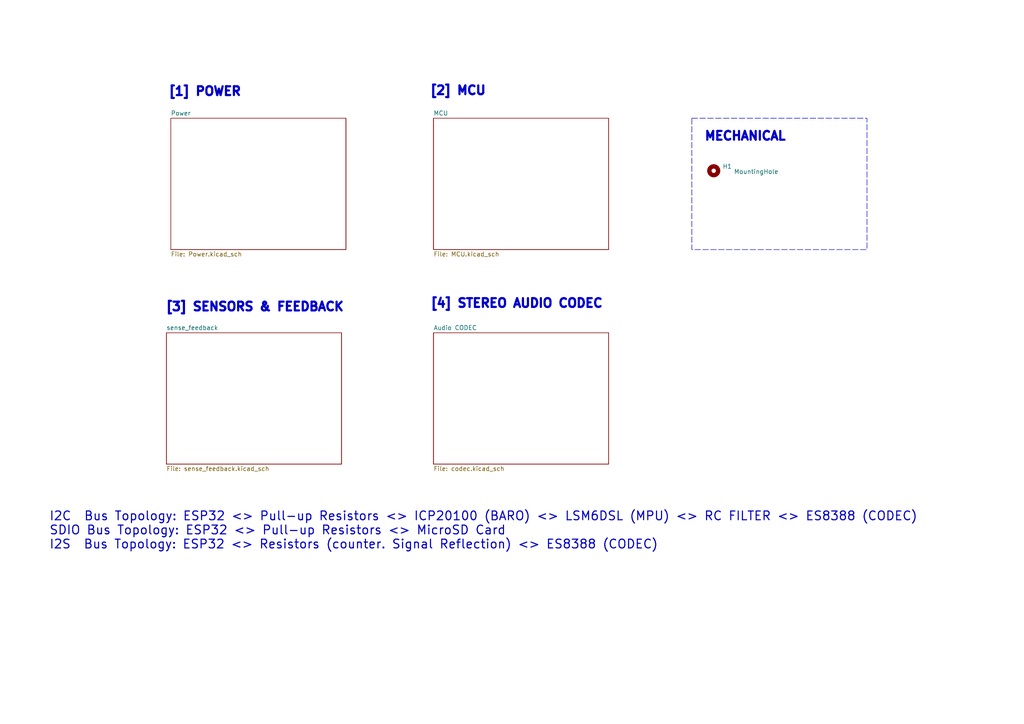
<source format=kicad_sch>
(kicad_sch (version 20231120) (generator "eeschema") (generator_version "8.0")
  (paper "A4")
  (title_block (title "BASM SOUNDCARD DEV V0") (date "2025-05-06") (rev "2") (company "BUCHAREST APPLIED STEAM MUSEUM") (comment 1 "See MCU & Sense & CODEC"))
  (lib_symbols
    (symbol "Mechanical:MountingHole" (pin_names (offset 1.016)) (exclude_from_sim yes) (in_bom no)
      (property "Reference" "H" (at 0 5.08 0))
      (property "Value" "MountingHole" (at 0 3.175 0))
      (symbol "MountingHole_0_1"
        (circle (center 0 0) (radius 1.27) (stroke (width 1.27)))
      )
    )
  )
  (rectangle (start 200.66 34.29) (end 251.46 72.39) (stroke (width 0) (type dash)))
  (text "[4] STEREO AUDIO CODEC\n\n" (at 149.86 90.17 0) (effects (font (size 2.54 2.54) (thickness 0.762) (bold yes))))
  (text "[1] POWER" (at 59.436 26.67 0) (effects (font (size 2.54 2.54) (thickness 0.762) (bold yes))))
  (text "I2C  Bus Topology: ESP32 <> Pull-up Resistors <> ICP20100 (BARO) <> LSM6DSL (MPU) <> RC FILTER <> ES8388 (CODEC)\nSDIO Bus Topology: ESP32 <> Pull-up Resistors <> MicroSD Card\nI2S  Bus Topology: ESP32 <> Resistors (counter. Signal Reflection) <> ES8388 (CODEC)" (at 14.224 153.924 0) (effects (font (size 2.54 2.54) (thickness 0.3175)) (justify left)))
  (text "[2] MCU\n" (at 132.842 26.416 0) (effects (font (size 2.54 2.54) (thickness 0.762) (bold yes))))
  (text "[3] SENSORS & FEEDBACK\n\n" (at 73.914 91.186 0) (effects (font (size 2.54 2.54) (thickness 0.762) (bold yes))))
  (text "MECHANICAL" (at 216.154 39.624 0) (effects (font (size 2.54 2.54) (thickness 0.762) (bold yes))))
  (symbol (lib_id "Mechanical:MountingHole") (at 207.01 49.53 0) (unit 1) (exclude_from_sim yes) (in_bom no)
    (property "Reference" "H1" (at 209.55 48.2599 0) (effects (justify left)))
    (property "Value" "MountingHole" (at 212.852 49.784 0) (effects (justify left)))
    (property "Footprint" "MountingHole:MountingHole_3.5mm" (effects (hide yes)))
    (property "Description" "Mounting Hole without connection" (effects (hide yes)))
  )
  (sheet (at 49.53 34.29) (size 50.8 38.1) (stroke (width 0.1524))
    (property "Sheetname" "Power" (at 49.53 33.5784 0) (effects (justify left bottom)))
    (property "Sheetfile" "Power.kicad_sch" (at 49.53 72.9746 0) (effects (justify left top)))
  )
  (sheet (at 48.26 96.52) (size 50.8 38.1) (stroke (width 0.1524))
    (property "Sheetname" "sense_feedback" (at 48.26 95.8084 0) (effects (justify left bottom)))
    (property "Sheetfile" "sense_feedback.kicad_sch" (at 48.26 135.2046 0) (effects (justify left top)))
  )
  (sheet (at 125.73 34.29) (size 50.8 38.1) (stroke (width 0.1524))
    (property "Sheetname" "MCU" (at 125.73 33.5784 0) (effects (justify left bottom)))
    (property "Sheetfile" "MCU.kicad_sch" (at 125.73 72.9746 0) (effects (justify left top)))
  )
  (sheet (at 125.73 96.52) (size 50.8 38.1) (stroke (width 0.1524))
    (property "Sheetname" "Audio CODEC" (at 125.73 95.8084 0) (effects (justify left bottom)))
    (property "Sheetfile" "codec.kicad_sch" (at 125.73 135.2046 0) (effects (justify left top)))
  )
)
</source>
